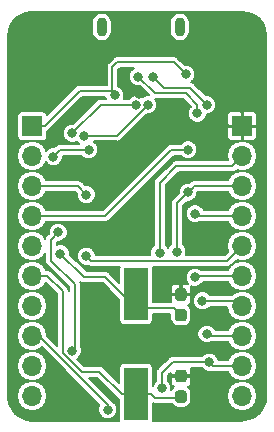
<source format=gbr>
G04 #@! TF.GenerationSoftware,KiCad,Pcbnew,(5.0.0)*
G04 #@! TF.CreationDate,2020-05-05T15:14:54+01:00*
G04 #@! TF.ProjectId,CH552-USB-Devboard,43483535322D5553422D446576626F61,rev?*
G04 #@! TF.SameCoordinates,Original*
G04 #@! TF.FileFunction,Copper,L2,Bot,Signal*
G04 #@! TF.FilePolarity,Positive*
%FSLAX46Y46*%
G04 Gerber Fmt 4.6, Leading zero omitted, Abs format (unit mm)*
G04 Created by KiCad (PCBNEW (5.0.0)) date 05/05/20 15:14:54*
%MOMM*%
%LPD*%
G01*
G04 APERTURE LIST*
G04 #@! TA.AperFunction,ComponentPad*
%ADD10O,0.900000X1.600000*%
G04 #@! TD*
G04 #@! TA.AperFunction,Conductor*
%ADD11C,0.100000*%
G04 #@! TD*
G04 #@! TA.AperFunction,SMDPad,CuDef*
%ADD12C,0.950000*%
G04 #@! TD*
G04 #@! TA.AperFunction,SMDPad,CuDef*
%ADD13R,2.000000X4.500000*%
G04 #@! TD*
G04 #@! TA.AperFunction,ComponentPad*
%ADD14O,1.700000X1.700000*%
G04 #@! TD*
G04 #@! TA.AperFunction,ComponentPad*
%ADD15R,1.700000X1.700000*%
G04 #@! TD*
G04 #@! TA.AperFunction,ViaPad*
%ADD16C,0.800000*%
G04 #@! TD*
G04 #@! TA.AperFunction,Conductor*
%ADD17C,0.200000*%
G04 #@! TD*
G04 APERTURE END LIST*
D10*
G04 #@! TO.P,J3,SH*
G04 #@! TO.N,N/C*
X82100000Y-67800000D03*
X88700000Y-67800000D03*
G04 #@! TD*
D11*
G04 #@! TO.N,GND*
G04 #@! TO.C,C5*
G36*
X89060779Y-89926144D02*
X89083834Y-89929563D01*
X89106443Y-89935227D01*
X89128387Y-89943079D01*
X89149457Y-89953044D01*
X89169448Y-89965026D01*
X89188168Y-89978910D01*
X89205438Y-89994562D01*
X89221090Y-90011832D01*
X89234974Y-90030552D01*
X89246956Y-90050543D01*
X89256921Y-90071613D01*
X89264773Y-90093557D01*
X89270437Y-90116166D01*
X89273856Y-90139221D01*
X89275000Y-90162500D01*
X89275000Y-90737500D01*
X89273856Y-90760779D01*
X89270437Y-90783834D01*
X89264773Y-90806443D01*
X89256921Y-90828387D01*
X89246956Y-90849457D01*
X89234974Y-90869448D01*
X89221090Y-90888168D01*
X89205438Y-90905438D01*
X89188168Y-90921090D01*
X89169448Y-90934974D01*
X89149457Y-90946956D01*
X89128387Y-90956921D01*
X89106443Y-90964773D01*
X89083834Y-90970437D01*
X89060779Y-90973856D01*
X89037500Y-90975000D01*
X88562500Y-90975000D01*
X88539221Y-90973856D01*
X88516166Y-90970437D01*
X88493557Y-90964773D01*
X88471613Y-90956921D01*
X88450543Y-90946956D01*
X88430552Y-90934974D01*
X88411832Y-90921090D01*
X88394562Y-90905438D01*
X88378910Y-90888168D01*
X88365026Y-90869448D01*
X88353044Y-90849457D01*
X88343079Y-90828387D01*
X88335227Y-90806443D01*
X88329563Y-90783834D01*
X88326144Y-90760779D01*
X88325000Y-90737500D01*
X88325000Y-90162500D01*
X88326144Y-90139221D01*
X88329563Y-90116166D01*
X88335227Y-90093557D01*
X88343079Y-90071613D01*
X88353044Y-90050543D01*
X88365026Y-90030552D01*
X88378910Y-90011832D01*
X88394562Y-89994562D01*
X88411832Y-89978910D01*
X88430552Y-89965026D01*
X88450543Y-89953044D01*
X88471613Y-89943079D01*
X88493557Y-89935227D01*
X88516166Y-89929563D01*
X88539221Y-89926144D01*
X88562500Y-89925000D01*
X89037500Y-89925000D01*
X89060779Y-89926144D01*
X89060779Y-89926144D01*
G37*
D12*
G04 #@! TD*
G04 #@! TO.P,C5,2*
G04 #@! TO.N,GND*
X88800000Y-90450000D03*
D11*
G04 #@! TO.N,/P1.2*
G04 #@! TO.C,C5*
G36*
X89060779Y-91676144D02*
X89083834Y-91679563D01*
X89106443Y-91685227D01*
X89128387Y-91693079D01*
X89149457Y-91703044D01*
X89169448Y-91715026D01*
X89188168Y-91728910D01*
X89205438Y-91744562D01*
X89221090Y-91761832D01*
X89234974Y-91780552D01*
X89246956Y-91800543D01*
X89256921Y-91821613D01*
X89264773Y-91843557D01*
X89270437Y-91866166D01*
X89273856Y-91889221D01*
X89275000Y-91912500D01*
X89275000Y-92487500D01*
X89273856Y-92510779D01*
X89270437Y-92533834D01*
X89264773Y-92556443D01*
X89256921Y-92578387D01*
X89246956Y-92599457D01*
X89234974Y-92619448D01*
X89221090Y-92638168D01*
X89205438Y-92655438D01*
X89188168Y-92671090D01*
X89169448Y-92684974D01*
X89149457Y-92696956D01*
X89128387Y-92706921D01*
X89106443Y-92714773D01*
X89083834Y-92720437D01*
X89060779Y-92723856D01*
X89037500Y-92725000D01*
X88562500Y-92725000D01*
X88539221Y-92723856D01*
X88516166Y-92720437D01*
X88493557Y-92714773D01*
X88471613Y-92706921D01*
X88450543Y-92696956D01*
X88430552Y-92684974D01*
X88411832Y-92671090D01*
X88394562Y-92655438D01*
X88378910Y-92638168D01*
X88365026Y-92619448D01*
X88353044Y-92599457D01*
X88343079Y-92578387D01*
X88335227Y-92556443D01*
X88329563Y-92533834D01*
X88326144Y-92510779D01*
X88325000Y-92487500D01*
X88325000Y-91912500D01*
X88326144Y-91889221D01*
X88329563Y-91866166D01*
X88335227Y-91843557D01*
X88343079Y-91821613D01*
X88353044Y-91800543D01*
X88365026Y-91780552D01*
X88378910Y-91761832D01*
X88394562Y-91744562D01*
X88411832Y-91728910D01*
X88430552Y-91715026D01*
X88450543Y-91703044D01*
X88471613Y-91693079D01*
X88493557Y-91685227D01*
X88516166Y-91679563D01*
X88539221Y-91676144D01*
X88562500Y-91675000D01*
X89037500Y-91675000D01*
X89060779Y-91676144D01*
X89060779Y-91676144D01*
G37*
D12*
G04 #@! TD*
G04 #@! TO.P,C5,1*
G04 #@! TO.N,/P1.2*
X88800000Y-92200000D03*
D11*
G04 #@! TO.N,/P1.3*
G04 #@! TO.C,C6*
G36*
X89060779Y-98576144D02*
X89083834Y-98579563D01*
X89106443Y-98585227D01*
X89128387Y-98593079D01*
X89149457Y-98603044D01*
X89169448Y-98615026D01*
X89188168Y-98628910D01*
X89205438Y-98644562D01*
X89221090Y-98661832D01*
X89234974Y-98680552D01*
X89246956Y-98700543D01*
X89256921Y-98721613D01*
X89264773Y-98743557D01*
X89270437Y-98766166D01*
X89273856Y-98789221D01*
X89275000Y-98812500D01*
X89275000Y-99387500D01*
X89273856Y-99410779D01*
X89270437Y-99433834D01*
X89264773Y-99456443D01*
X89256921Y-99478387D01*
X89246956Y-99499457D01*
X89234974Y-99519448D01*
X89221090Y-99538168D01*
X89205438Y-99555438D01*
X89188168Y-99571090D01*
X89169448Y-99584974D01*
X89149457Y-99596956D01*
X89128387Y-99606921D01*
X89106443Y-99614773D01*
X89083834Y-99620437D01*
X89060779Y-99623856D01*
X89037500Y-99625000D01*
X88562500Y-99625000D01*
X88539221Y-99623856D01*
X88516166Y-99620437D01*
X88493557Y-99614773D01*
X88471613Y-99606921D01*
X88450543Y-99596956D01*
X88430552Y-99584974D01*
X88411832Y-99571090D01*
X88394562Y-99555438D01*
X88378910Y-99538168D01*
X88365026Y-99519448D01*
X88353044Y-99499457D01*
X88343079Y-99478387D01*
X88335227Y-99456443D01*
X88329563Y-99433834D01*
X88326144Y-99410779D01*
X88325000Y-99387500D01*
X88325000Y-98812500D01*
X88326144Y-98789221D01*
X88329563Y-98766166D01*
X88335227Y-98743557D01*
X88343079Y-98721613D01*
X88353044Y-98700543D01*
X88365026Y-98680552D01*
X88378910Y-98661832D01*
X88394562Y-98644562D01*
X88411832Y-98628910D01*
X88430552Y-98615026D01*
X88450543Y-98603044D01*
X88471613Y-98593079D01*
X88493557Y-98585227D01*
X88516166Y-98579563D01*
X88539221Y-98576144D01*
X88562500Y-98575000D01*
X89037500Y-98575000D01*
X89060779Y-98576144D01*
X89060779Y-98576144D01*
G37*
D12*
G04 #@! TD*
G04 #@! TO.P,C6,1*
G04 #@! TO.N,/P1.3*
X88800000Y-99100000D03*
D11*
G04 #@! TO.N,GND*
G04 #@! TO.C,C6*
G36*
X89060779Y-96826144D02*
X89083834Y-96829563D01*
X89106443Y-96835227D01*
X89128387Y-96843079D01*
X89149457Y-96853044D01*
X89169448Y-96865026D01*
X89188168Y-96878910D01*
X89205438Y-96894562D01*
X89221090Y-96911832D01*
X89234974Y-96930552D01*
X89246956Y-96950543D01*
X89256921Y-96971613D01*
X89264773Y-96993557D01*
X89270437Y-97016166D01*
X89273856Y-97039221D01*
X89275000Y-97062500D01*
X89275000Y-97637500D01*
X89273856Y-97660779D01*
X89270437Y-97683834D01*
X89264773Y-97706443D01*
X89256921Y-97728387D01*
X89246956Y-97749457D01*
X89234974Y-97769448D01*
X89221090Y-97788168D01*
X89205438Y-97805438D01*
X89188168Y-97821090D01*
X89169448Y-97834974D01*
X89149457Y-97846956D01*
X89128387Y-97856921D01*
X89106443Y-97864773D01*
X89083834Y-97870437D01*
X89060779Y-97873856D01*
X89037500Y-97875000D01*
X88562500Y-97875000D01*
X88539221Y-97873856D01*
X88516166Y-97870437D01*
X88493557Y-97864773D01*
X88471613Y-97856921D01*
X88450543Y-97846956D01*
X88430552Y-97834974D01*
X88411832Y-97821090D01*
X88394562Y-97805438D01*
X88378910Y-97788168D01*
X88365026Y-97769448D01*
X88353044Y-97749457D01*
X88343079Y-97728387D01*
X88335227Y-97706443D01*
X88329563Y-97683834D01*
X88326144Y-97660779D01*
X88325000Y-97637500D01*
X88325000Y-97062500D01*
X88326144Y-97039221D01*
X88329563Y-97016166D01*
X88335227Y-96993557D01*
X88343079Y-96971613D01*
X88353044Y-96950543D01*
X88365026Y-96930552D01*
X88378910Y-96911832D01*
X88394562Y-96894562D01*
X88411832Y-96878910D01*
X88430552Y-96865026D01*
X88450543Y-96853044D01*
X88471613Y-96843079D01*
X88493557Y-96835227D01*
X88516166Y-96829563D01*
X88539221Y-96826144D01*
X88562500Y-96825000D01*
X89037500Y-96825000D01*
X89060779Y-96826144D01*
X89060779Y-96826144D01*
G37*
D12*
G04 #@! TD*
G04 #@! TO.P,C6,2*
G04 #@! TO.N,GND*
X88800000Y-97350000D03*
D13*
G04 #@! TO.P,Y1,1*
G04 #@! TO.N,/P1.2*
X85000000Y-90400000D03*
G04 #@! TO.P,Y1,2*
G04 #@! TO.N,/P1.3*
X85000000Y-98900000D03*
G04 #@! TD*
D14*
G04 #@! TO.P,J1,10*
G04 #@! TO.N,/P1.7*
X76200000Y-99060000D03*
G04 #@! TO.P,J1,9*
G04 #@! TO.N,/P1.6*
X76200000Y-96520000D03*
G04 #@! TO.P,J1,8*
G04 #@! TO.N,/P1.5*
X76200000Y-93980000D03*
G04 #@! TO.P,J1,7*
G04 #@! TO.N,/P1.4*
X76200000Y-91440000D03*
G04 #@! TO.P,J1,6*
G04 #@! TO.N,/P1.3*
X76200000Y-88900000D03*
G04 #@! TO.P,J1,5*
G04 #@! TO.N,/P1.2*
X76200000Y-86360000D03*
G04 #@! TO.P,J1,4*
G04 #@! TO.N,/P1.1*
X76200000Y-83820000D03*
G04 #@! TO.P,J1,3*
G04 #@! TO.N,/P1.0*
X76200000Y-81280000D03*
G04 #@! TO.P,J1,2*
G04 #@! TO.N,+3V3*
X76200000Y-78740000D03*
D15*
G04 #@! TO.P,J1,1*
G04 #@! TO.N,VCC*
X76200000Y-76200000D03*
G04 #@! TD*
G04 #@! TO.P,J2,1*
G04 #@! TO.N,GND*
X93980000Y-76200000D03*
D14*
G04 #@! TO.P,J2,2*
G04 #@! TO.N,/RESET*
X93980000Y-78740000D03*
G04 #@! TO.P,J2,3*
G04 #@! TO.N,/P3.0*
X93980000Y-81280000D03*
G04 #@! TO.P,J2,4*
G04 #@! TO.N,/P3.1*
X93980000Y-83820000D03*
G04 #@! TO.P,J2,5*
G04 #@! TO.N,/P3.2*
X93980000Y-86360000D03*
G04 #@! TO.P,J2,6*
G04 #@! TO.N,/P3.3*
X93980000Y-88900000D03*
G04 #@! TO.P,J2,7*
G04 #@! TO.N,/P3.4*
X93980000Y-91440000D03*
G04 #@! TO.P,J2,8*
G04 #@! TO.N,/P3.5*
X93980000Y-93980000D03*
G04 #@! TO.P,J2,9*
G04 #@! TO.N,/P3.6*
X93980000Y-96520000D03*
G04 #@! TO.P,J2,10*
G04 #@! TO.N,/P3.7*
X93980000Y-99060000D03*
G04 #@! TD*
D16*
G04 #@! TO.N,VCC*
X78400000Y-85200000D03*
X79600000Y-95200000D03*
X89200000Y-71800000D03*
X83200000Y-73599990D03*
G04 #@! TO.N,/RESET*
X87000000Y-86899990D03*
G04 #@! TO.N,/P3.0*
X89400000Y-81800000D03*
X88464088Y-86821362D03*
G04 #@! TO.N,/P3.1*
X90000000Y-83600000D03*
G04 #@! TO.N,GND*
X84200000Y-72800000D03*
X78400000Y-68600000D03*
X93200000Y-73800000D03*
X83800000Y-93400000D03*
X85400000Y-93400000D03*
X77400000Y-100200000D03*
X92600000Y-100600000D03*
X85274433Y-73438381D03*
G04 #@! TO.N,/P3.6*
X91200000Y-96200000D03*
X85200000Y-72000000D03*
X87200000Y-98400000D03*
X90200000Y-75100000D03*
G04 #@! TO.N,/P1.5*
X82600000Y-100200000D03*
G04 #@! TO.N,+3V3*
X78000000Y-78800000D03*
X81000000Y-78200000D03*
G04 #@! TO.N,/P1.2*
X79600000Y-76800000D03*
X78600000Y-87000000D03*
X84999984Y-74400000D03*
G04 #@! TO.N,/P1.3*
X80600000Y-77000000D03*
X86000029Y-74400000D03*
G04 #@! TO.N,/P3.7*
X86400000Y-72000000D03*
X91000000Y-74400000D03*
G04 #@! TO.N,/P3.5*
X91000000Y-93800000D03*
G04 #@! TO.N,/P3.4*
X90600000Y-91000000D03*
G04 #@! TO.N,/P3.3*
X90000000Y-89000004D03*
G04 #@! TO.N,/P1.1*
X89400000Y-78200000D03*
G04 #@! TO.N,/P1.0*
X80800000Y-82000000D03*
G04 #@! TO.N,/P3.2*
X80800000Y-87200000D03*
G04 #@! TD*
D17*
G04 #@! TO.N,VCC*
X79800000Y-95000000D02*
X79600000Y-95200000D01*
X79800000Y-89600000D02*
X79800000Y-95000000D01*
X77800000Y-87600000D02*
X79800000Y-89600000D01*
X78400000Y-85200000D02*
X77800000Y-85800000D01*
X77800000Y-85800000D02*
X77800000Y-87600000D01*
X76200000Y-76200000D02*
X77250000Y-76200000D01*
X89200000Y-71800000D02*
X88200000Y-70800000D01*
X83400000Y-70800000D02*
X83000001Y-71199999D01*
X80249999Y-73200001D02*
X83000001Y-73200001D01*
X83000001Y-71199999D02*
X83000001Y-73200001D01*
X88200000Y-70800000D02*
X83400000Y-70800000D01*
X77250000Y-76200000D02*
X80249999Y-73200001D01*
X83165686Y-73200001D02*
X83200000Y-73234315D01*
X83200000Y-73234315D02*
X83200000Y-73599990D01*
X83000001Y-73200001D02*
X83165686Y-73200001D01*
G04 #@! TO.N,/RESET*
X88400000Y-79600000D02*
X87000000Y-81000000D01*
X87000000Y-81000000D02*
X87000000Y-86334305D01*
X87000000Y-86334305D02*
X87000000Y-86899990D01*
X93120000Y-79600000D02*
X88400000Y-79600000D01*
X93980000Y-78740000D02*
X93120000Y-79600000D01*
G04 #@! TO.N,/P3.0*
X89920000Y-81280000D02*
X89799999Y-81400001D01*
X89799999Y-81400001D02*
X89400000Y-81800000D01*
X93980000Y-81280000D02*
X89920000Y-81280000D01*
X89400000Y-81800000D02*
X88464088Y-82735912D01*
X88464088Y-82735912D02*
X88464088Y-86821362D01*
G04 #@! TO.N,/P3.1*
X93980000Y-83820000D02*
X90220000Y-83820000D01*
X90220000Y-83820000D02*
X90000000Y-83600000D01*
G04 #@! TO.N,/P3.6*
X91520000Y-96520000D02*
X91200000Y-96200000D01*
X93980000Y-96520000D02*
X91520000Y-96520000D01*
X88100000Y-96200000D02*
X91200000Y-96200000D01*
X87200000Y-98400000D02*
X87200000Y-97100000D01*
X87200000Y-97100000D02*
X88100000Y-96200000D01*
X90200000Y-75100000D02*
X90200000Y-74400000D01*
X90200000Y-74400000D02*
X89200000Y-73400000D01*
X86600000Y-73400000D02*
X85200000Y-72000000D01*
X89200000Y-73400000D02*
X86600000Y-73400000D01*
G04 #@! TO.N,/P1.5*
X76200000Y-93980000D02*
X76780000Y-93980000D01*
X76780000Y-93980000D02*
X82600000Y-99800000D01*
X82600000Y-99800000D02*
X82600000Y-100200000D01*
G04 #@! TO.N,+3V3*
X78000000Y-78800000D02*
X78600000Y-78200000D01*
X78600000Y-78200000D02*
X81000000Y-78200000D01*
G04 #@! TO.N,/P1.2*
X78600000Y-87000000D02*
X80600000Y-89000000D01*
X82400000Y-89000000D02*
X85000000Y-91600000D01*
X80600000Y-89000000D02*
X82400000Y-89000000D01*
X88200000Y-91600000D02*
X88800000Y-92200000D01*
X85000000Y-91600000D02*
X88200000Y-91600000D01*
X79600000Y-76800000D02*
X82000000Y-74400000D01*
X82000000Y-74400000D02*
X84434299Y-74400000D01*
X84434299Y-74400000D02*
X84999984Y-74400000D01*
G04 #@! TO.N,/P1.3*
X76200000Y-88900000D02*
X77500000Y-88900000D01*
X77500000Y-88900000D02*
X78800000Y-90200000D01*
X78800000Y-90200000D02*
X78800000Y-95400000D01*
X78800000Y-95400000D02*
X80400000Y-97000000D01*
X80400000Y-97000000D02*
X81900000Y-97000000D01*
X83800000Y-98900000D02*
X85000000Y-98900000D01*
X81900000Y-97000000D02*
X83800000Y-98900000D01*
X80600000Y-77000000D02*
X83400029Y-77000000D01*
X83400029Y-77000000D02*
X86000029Y-74400000D01*
X86600000Y-99200000D02*
X88600000Y-99200000D01*
X85000000Y-98900000D02*
X86300000Y-98900000D01*
X86300000Y-98900000D02*
X86600000Y-99200000D01*
G04 #@! TO.N,/P3.7*
X86400000Y-72000000D02*
X87400000Y-73000000D01*
X89600000Y-73000000D02*
X91000000Y-74400000D01*
X87400000Y-73000000D02*
X89600000Y-73000000D01*
G04 #@! TO.N,/P3.5*
X91180000Y-93980000D02*
X91000000Y-93800000D01*
X93980000Y-93980000D02*
X91180000Y-93980000D01*
G04 #@! TO.N,/P3.4*
X90600000Y-91000000D02*
X93540000Y-91000000D01*
X93540000Y-91000000D02*
X93980000Y-91440000D01*
G04 #@! TO.N,/P3.3*
X93980000Y-88900000D02*
X90100004Y-88900000D01*
X90100004Y-88900000D02*
X90000000Y-89000004D01*
G04 #@! TO.N,/P1.1*
X88000000Y-78200000D02*
X89400000Y-78200000D01*
X76200000Y-83820000D02*
X82380000Y-83820000D01*
X82380000Y-83820000D02*
X88000000Y-78200000D01*
G04 #@! TO.N,/P1.0*
X80080000Y-81280000D02*
X76200000Y-81280000D01*
X80800000Y-82000000D02*
X80080000Y-81280000D01*
G04 #@! TO.N,/P3.2*
X93980000Y-86360000D02*
X92740000Y-87600000D01*
X81200000Y-87600000D02*
X80800000Y-87200000D01*
X92740000Y-87600000D02*
X81200000Y-87600000D01*
G04 #@! TD*
G04 #@! TO.N,GND*
G36*
X94492606Y-66583533D02*
X94973003Y-66773735D01*
X95391006Y-67077432D01*
X95720349Y-67475540D01*
X95940342Y-67943049D01*
X96041396Y-68472791D01*
X96045000Y-68587474D01*
X96045001Y-99030111D01*
X95976468Y-99572603D01*
X95786265Y-100053003D01*
X95482569Y-100471004D01*
X95084460Y-100800349D01*
X94616954Y-101020341D01*
X94087208Y-101121396D01*
X93972526Y-101125000D01*
X86407836Y-101125000D01*
X86407836Y-99671571D01*
X86550757Y-99700000D01*
X86550758Y-99700000D01*
X86599999Y-99709795D01*
X86649241Y-99700000D01*
X88010080Y-99700000D01*
X88106179Y-99843821D01*
X88315541Y-99983713D01*
X88562500Y-100032836D01*
X89037500Y-100032836D01*
X89284459Y-99983713D01*
X89493821Y-99843821D01*
X89633713Y-99634459D01*
X89682836Y-99387500D01*
X89682836Y-99060000D01*
X92705512Y-99060000D01*
X92802527Y-99547725D01*
X93078801Y-99961199D01*
X93492275Y-100237473D01*
X93856891Y-100310000D01*
X94103109Y-100310000D01*
X94467725Y-100237473D01*
X94881199Y-99961199D01*
X95157473Y-99547725D01*
X95254488Y-99060000D01*
X95157473Y-98572275D01*
X94881199Y-98158801D01*
X94467725Y-97882527D01*
X94103109Y-97810000D01*
X93856891Y-97810000D01*
X93492275Y-97882527D01*
X93078801Y-98158801D01*
X92802527Y-98572275D01*
X92705512Y-99060000D01*
X89682836Y-99060000D01*
X89682836Y-98812500D01*
X89633713Y-98565541D01*
X89493821Y-98356179D01*
X89365531Y-98270458D01*
X89501582Y-98214104D01*
X89614104Y-98101582D01*
X89675000Y-97954565D01*
X89675000Y-97500000D01*
X89575000Y-97400000D01*
X88850000Y-97400000D01*
X88850000Y-97420000D01*
X88750000Y-97420000D01*
X88750000Y-97400000D01*
X88025000Y-97400000D01*
X87925000Y-97500000D01*
X87925000Y-97954565D01*
X87985896Y-98101582D01*
X88098418Y-98214104D01*
X88234469Y-98270458D01*
X88106179Y-98356179D01*
X88000000Y-98515086D01*
X88000000Y-98240870D01*
X87878207Y-97946836D01*
X87700000Y-97768629D01*
X87700000Y-97307106D01*
X87925000Y-97082106D01*
X87925000Y-97200000D01*
X88025000Y-97300000D01*
X88750000Y-97300000D01*
X88750000Y-97280000D01*
X88850000Y-97280000D01*
X88850000Y-97300000D01*
X89575000Y-97300000D01*
X89675000Y-97200000D01*
X89675000Y-96745435D01*
X89656180Y-96700000D01*
X90568629Y-96700000D01*
X90746836Y-96878207D01*
X91040870Y-97000000D01*
X91359130Y-97000000D01*
X91362725Y-96998511D01*
X91470757Y-97020000D01*
X91470758Y-97020000D01*
X91519999Y-97029795D01*
X91569240Y-97020000D01*
X92810729Y-97020000D01*
X93078801Y-97421199D01*
X93492275Y-97697473D01*
X93856891Y-97770000D01*
X94103109Y-97770000D01*
X94467725Y-97697473D01*
X94881199Y-97421199D01*
X95157473Y-97007725D01*
X95254488Y-96520000D01*
X95157473Y-96032275D01*
X94881199Y-95618801D01*
X94467725Y-95342527D01*
X94103109Y-95270000D01*
X93856891Y-95270000D01*
X93492275Y-95342527D01*
X93078801Y-95618801D01*
X92810729Y-96020000D01*
X91991355Y-96020000D01*
X91878207Y-95746836D01*
X91653164Y-95521793D01*
X91359130Y-95400000D01*
X91040870Y-95400000D01*
X90746836Y-95521793D01*
X90568629Y-95700000D01*
X88149240Y-95700000D01*
X88099999Y-95690205D01*
X88050758Y-95700000D01*
X88050757Y-95700000D01*
X87904910Y-95729011D01*
X87739520Y-95839520D01*
X87711625Y-95881268D01*
X86881268Y-96711626D01*
X86839521Y-96739520D01*
X86811627Y-96781267D01*
X86729012Y-96904910D01*
X86690205Y-97100000D01*
X86700001Y-97149246D01*
X86700000Y-97768629D01*
X86521793Y-97946836D01*
X86407836Y-98221952D01*
X86407836Y-96650000D01*
X86376791Y-96493928D01*
X86288384Y-96361616D01*
X86156072Y-96273209D01*
X86000000Y-96242164D01*
X84000000Y-96242164D01*
X83843928Y-96273209D01*
X83711616Y-96361616D01*
X83623209Y-96493928D01*
X83592164Y-96650000D01*
X83592164Y-97985057D01*
X82288376Y-96681270D01*
X82260480Y-96639520D01*
X82095090Y-96529011D01*
X81949243Y-96500000D01*
X81949241Y-96500000D01*
X81900000Y-96490205D01*
X81850759Y-96500000D01*
X80607107Y-96500000D01*
X80005186Y-95898080D01*
X80053164Y-95878207D01*
X80278207Y-95653164D01*
X80400000Y-95359130D01*
X80400000Y-95040870D01*
X80300000Y-94799449D01*
X80300000Y-93640870D01*
X90200000Y-93640870D01*
X90200000Y-93959130D01*
X90321793Y-94253164D01*
X90546836Y-94478207D01*
X90840870Y-94600000D01*
X91159130Y-94600000D01*
X91448835Y-94480000D01*
X92810729Y-94480000D01*
X93078801Y-94881199D01*
X93492275Y-95157473D01*
X93856891Y-95230000D01*
X94103109Y-95230000D01*
X94467725Y-95157473D01*
X94881199Y-94881199D01*
X95157473Y-94467725D01*
X95254488Y-93980000D01*
X95157473Y-93492275D01*
X94881199Y-93078801D01*
X94467725Y-92802527D01*
X94103109Y-92730000D01*
X93856891Y-92730000D01*
X93492275Y-92802527D01*
X93078801Y-93078801D01*
X92810729Y-93480000D01*
X91733365Y-93480000D01*
X91678207Y-93346836D01*
X91453164Y-93121793D01*
X91159130Y-93000000D01*
X90840870Y-93000000D01*
X90546836Y-93121793D01*
X90321793Y-93346836D01*
X90200000Y-93640870D01*
X80300000Y-93640870D01*
X80300000Y-89649240D01*
X80309795Y-89599999D01*
X80300000Y-89550757D01*
X80270989Y-89404910D01*
X80242739Y-89362631D01*
X80404910Y-89470989D01*
X80550757Y-89500000D01*
X80550758Y-89500000D01*
X80599999Y-89509795D01*
X80649240Y-89500000D01*
X82192894Y-89500000D01*
X83592164Y-90899271D01*
X83592164Y-92650000D01*
X83623209Y-92806072D01*
X83711616Y-92938384D01*
X83843928Y-93026791D01*
X84000000Y-93057836D01*
X86000000Y-93057836D01*
X86156072Y-93026791D01*
X86288384Y-92938384D01*
X86376791Y-92806072D01*
X86407836Y-92650000D01*
X86407836Y-92100000D01*
X87917164Y-92100000D01*
X87917164Y-92487500D01*
X87966287Y-92734459D01*
X88106179Y-92943821D01*
X88315541Y-93083713D01*
X88562500Y-93132836D01*
X89037500Y-93132836D01*
X89284459Y-93083713D01*
X89493821Y-92943821D01*
X89633713Y-92734459D01*
X89682836Y-92487500D01*
X89682836Y-91912500D01*
X89633713Y-91665541D01*
X89493821Y-91456179D01*
X89365531Y-91370458D01*
X89501582Y-91314104D01*
X89614104Y-91201582D01*
X89675000Y-91054565D01*
X89675000Y-90840870D01*
X89800000Y-90840870D01*
X89800000Y-91159130D01*
X89921793Y-91453164D01*
X90146836Y-91678207D01*
X90440870Y-91800000D01*
X90759130Y-91800000D01*
X91053164Y-91678207D01*
X91231371Y-91500000D01*
X92717447Y-91500000D01*
X92802527Y-91927725D01*
X93078801Y-92341199D01*
X93492275Y-92617473D01*
X93856891Y-92690000D01*
X94103109Y-92690000D01*
X94467725Y-92617473D01*
X94881199Y-92341199D01*
X95157473Y-91927725D01*
X95254488Y-91440000D01*
X95157473Y-90952275D01*
X94881199Y-90538801D01*
X94467725Y-90262527D01*
X94103109Y-90190000D01*
X93856891Y-90190000D01*
X93492275Y-90262527D01*
X93136871Y-90500000D01*
X91231371Y-90500000D01*
X91053164Y-90321793D01*
X90759130Y-90200000D01*
X90440870Y-90200000D01*
X90146836Y-90321793D01*
X89921793Y-90546836D01*
X89800000Y-90840870D01*
X89675000Y-90840870D01*
X89675000Y-90600000D01*
X89575000Y-90500000D01*
X88850000Y-90500000D01*
X88850000Y-90520000D01*
X88750000Y-90520000D01*
X88750000Y-90500000D01*
X88025000Y-90500000D01*
X87925000Y-90600000D01*
X87925000Y-91054565D01*
X87943820Y-91100000D01*
X86407836Y-91100000D01*
X86407836Y-89845435D01*
X87925000Y-89845435D01*
X87925000Y-90300000D01*
X88025000Y-90400000D01*
X88750000Y-90400000D01*
X88750000Y-89625000D01*
X88850000Y-89625000D01*
X88850000Y-90400000D01*
X89575000Y-90400000D01*
X89675000Y-90300000D01*
X89675000Y-89845435D01*
X89617932Y-89707660D01*
X89840870Y-89800004D01*
X90159130Y-89800004D01*
X90453164Y-89678211D01*
X90678207Y-89453168D01*
X90700230Y-89400000D01*
X92810729Y-89400000D01*
X93078801Y-89801199D01*
X93492275Y-90077473D01*
X93856891Y-90150000D01*
X94103109Y-90150000D01*
X94467725Y-90077473D01*
X94881199Y-89801199D01*
X95157473Y-89387725D01*
X95254488Y-88900000D01*
X95157473Y-88412275D01*
X94881199Y-87998801D01*
X94467725Y-87722527D01*
X94103109Y-87650000D01*
X93856891Y-87650000D01*
X93492275Y-87722527D01*
X93078801Y-87998801D01*
X92810729Y-88400000D01*
X90531367Y-88400000D01*
X90453164Y-88321797D01*
X90159130Y-88200004D01*
X89840870Y-88200004D01*
X89546836Y-88321797D01*
X89321793Y-88546840D01*
X89200000Y-88840874D01*
X89200000Y-89159134D01*
X89321793Y-89453168D01*
X89421244Y-89552619D01*
X89354565Y-89525000D01*
X88950000Y-89525000D01*
X88850000Y-89625000D01*
X88750000Y-89625000D01*
X88650000Y-89525000D01*
X88245435Y-89525000D01*
X88098418Y-89585896D01*
X87985896Y-89698418D01*
X87925000Y-89845435D01*
X86407836Y-89845435D01*
X86407836Y-88150000D01*
X86397890Y-88100000D01*
X92690759Y-88100000D01*
X92740000Y-88109795D01*
X92789241Y-88100000D01*
X92789243Y-88100000D01*
X92935090Y-88070989D01*
X93100480Y-87960480D01*
X93128376Y-87918730D01*
X93506753Y-87540353D01*
X93856891Y-87610000D01*
X94103109Y-87610000D01*
X94467725Y-87537473D01*
X94881199Y-87261199D01*
X95157473Y-86847725D01*
X95254488Y-86360000D01*
X95157473Y-85872275D01*
X94881199Y-85458801D01*
X94467725Y-85182527D01*
X94103109Y-85110000D01*
X93856891Y-85110000D01*
X93492275Y-85182527D01*
X93078801Y-85458801D01*
X92802527Y-85872275D01*
X92705512Y-86360000D01*
X92799647Y-86833247D01*
X92532894Y-87100000D01*
X89214586Y-87100000D01*
X89264088Y-86980492D01*
X89264088Y-86662232D01*
X89142295Y-86368198D01*
X88964088Y-86189991D01*
X88964088Y-83440870D01*
X89200000Y-83440870D01*
X89200000Y-83759130D01*
X89321793Y-84053164D01*
X89546836Y-84278207D01*
X89840870Y-84400000D01*
X90159130Y-84400000D01*
X90352267Y-84320000D01*
X92810729Y-84320000D01*
X93078801Y-84721199D01*
X93492275Y-84997473D01*
X93856891Y-85070000D01*
X94103109Y-85070000D01*
X94467725Y-84997473D01*
X94881199Y-84721199D01*
X95157473Y-84307725D01*
X95254488Y-83820000D01*
X95157473Y-83332275D01*
X94881199Y-82918801D01*
X94467725Y-82642527D01*
X94103109Y-82570000D01*
X93856891Y-82570000D01*
X93492275Y-82642527D01*
X93078801Y-82918801D01*
X92810729Y-83320000D01*
X90749934Y-83320000D01*
X90678207Y-83146836D01*
X90453164Y-82921793D01*
X90159130Y-82800000D01*
X89840870Y-82800000D01*
X89546836Y-82921793D01*
X89321793Y-83146836D01*
X89200000Y-83440870D01*
X88964088Y-83440870D01*
X88964088Y-82943018D01*
X89307107Y-82600000D01*
X89559130Y-82600000D01*
X89853164Y-82478207D01*
X90078207Y-82253164D01*
X90200000Y-81959130D01*
X90200000Y-81780000D01*
X92810729Y-81780000D01*
X93078801Y-82181199D01*
X93492275Y-82457473D01*
X93856891Y-82530000D01*
X94103109Y-82530000D01*
X94467725Y-82457473D01*
X94881199Y-82181199D01*
X95157473Y-81767725D01*
X95254488Y-81280000D01*
X95157473Y-80792275D01*
X94881199Y-80378801D01*
X94467725Y-80102527D01*
X94103109Y-80030000D01*
X93856891Y-80030000D01*
X93492275Y-80102527D01*
X93078801Y-80378801D01*
X92810729Y-80780000D01*
X89969241Y-80780000D01*
X89919999Y-80770205D01*
X89870758Y-80780000D01*
X89870757Y-80780000D01*
X89724910Y-80809011D01*
X89559520Y-80919520D01*
X89531623Y-80961271D01*
X89492894Y-81000000D01*
X89240870Y-81000000D01*
X88946836Y-81121793D01*
X88721793Y-81346836D01*
X88600000Y-81640870D01*
X88600000Y-81892893D01*
X88145358Y-82347536D01*
X88103608Y-82375432D01*
X87993099Y-82540823D01*
X87964088Y-82686669D01*
X87954293Y-82735912D01*
X87964088Y-82785153D01*
X87964089Y-86189990D01*
X87785881Y-86368198D01*
X87715760Y-86537486D01*
X87678207Y-86446826D01*
X87500000Y-86268619D01*
X87500000Y-81207106D01*
X88607107Y-80100000D01*
X93070759Y-80100000D01*
X93120000Y-80109795D01*
X93169241Y-80100000D01*
X93169243Y-80100000D01*
X93315090Y-80070989D01*
X93480480Y-79960480D01*
X93507229Y-79920447D01*
X93856891Y-79990000D01*
X94103109Y-79990000D01*
X94467725Y-79917473D01*
X94881199Y-79641199D01*
X95157473Y-79227725D01*
X95254488Y-78740000D01*
X95157473Y-78252275D01*
X94881199Y-77838801D01*
X94467725Y-77562527D01*
X94103109Y-77490000D01*
X93856891Y-77490000D01*
X93492275Y-77562527D01*
X93078801Y-77838801D01*
X92802527Y-78252275D01*
X92705512Y-78740000D01*
X92777121Y-79100000D01*
X88449241Y-79100000D01*
X88400000Y-79090205D01*
X88350758Y-79100000D01*
X88350757Y-79100000D01*
X88204910Y-79129011D01*
X88039520Y-79239520D01*
X88011626Y-79281267D01*
X86681270Y-80611624D01*
X86639520Y-80639520D01*
X86529011Y-80804911D01*
X86500000Y-80950757D01*
X86490205Y-81000000D01*
X86500000Y-81049241D01*
X86500001Y-86268618D01*
X86321793Y-86446826D01*
X86200000Y-86740860D01*
X86200000Y-87059120D01*
X86216933Y-87100000D01*
X81600000Y-87100000D01*
X81600000Y-87040870D01*
X81478207Y-86746836D01*
X81253164Y-86521793D01*
X80959130Y-86400000D01*
X80640870Y-86400000D01*
X80346836Y-86521793D01*
X80121793Y-86746836D01*
X80000000Y-87040870D01*
X80000000Y-87359130D01*
X80121793Y-87653164D01*
X80346836Y-87878207D01*
X80640870Y-88000000D01*
X80898666Y-88000000D01*
X81004910Y-88070989D01*
X81150757Y-88100000D01*
X81150758Y-88100000D01*
X81199999Y-88109795D01*
X81249240Y-88100000D01*
X83602110Y-88100000D01*
X83592164Y-88150000D01*
X83592164Y-89485058D01*
X82788377Y-88681270D01*
X82760480Y-88639520D01*
X82595090Y-88529011D01*
X82449243Y-88500000D01*
X82449241Y-88500000D01*
X82400000Y-88490205D01*
X82350759Y-88500000D01*
X80807107Y-88500000D01*
X79400000Y-87092894D01*
X79400000Y-86840870D01*
X79278207Y-86546836D01*
X79053164Y-86321793D01*
X78759130Y-86200000D01*
X78440870Y-86200000D01*
X78300000Y-86258350D01*
X78300000Y-86007106D01*
X78307106Y-86000000D01*
X78559130Y-86000000D01*
X78853164Y-85878207D01*
X79078207Y-85653164D01*
X79200000Y-85359130D01*
X79200000Y-85040870D01*
X79078207Y-84746836D01*
X78853164Y-84521793D01*
X78559130Y-84400000D01*
X78240870Y-84400000D01*
X77946836Y-84521793D01*
X77721793Y-84746836D01*
X77600000Y-85040870D01*
X77600000Y-85292894D01*
X77481270Y-85411624D01*
X77439520Y-85439520D01*
X77329011Y-85604911D01*
X77319413Y-85653164D01*
X77299146Y-85755051D01*
X77101199Y-85458801D01*
X76687725Y-85182527D01*
X76323109Y-85110000D01*
X76076891Y-85110000D01*
X75712275Y-85182527D01*
X75298801Y-85458801D01*
X75022527Y-85872275D01*
X74925512Y-86360000D01*
X75022527Y-86847725D01*
X75298801Y-87261199D01*
X75712275Y-87537473D01*
X76076891Y-87610000D01*
X76323109Y-87610000D01*
X76687725Y-87537473D01*
X77101199Y-87261199D01*
X77300001Y-86963671D01*
X77300001Y-87550754D01*
X77290205Y-87600000D01*
X77329012Y-87795089D01*
X77329012Y-87795090D01*
X77439521Y-87960480D01*
X77481268Y-87988374D01*
X79300000Y-89807107D01*
X79300000Y-90150757D01*
X79270989Y-90004910D01*
X79241301Y-89960479D01*
X79160480Y-89839520D01*
X79118733Y-89811626D01*
X77888376Y-88581270D01*
X77860480Y-88539520D01*
X77695090Y-88429011D01*
X77549243Y-88400000D01*
X77549241Y-88400000D01*
X77500000Y-88390205D01*
X77450759Y-88400000D01*
X77369271Y-88400000D01*
X77101199Y-87998801D01*
X76687725Y-87722527D01*
X76323109Y-87650000D01*
X76076891Y-87650000D01*
X75712275Y-87722527D01*
X75298801Y-87998801D01*
X75022527Y-88412275D01*
X74925512Y-88900000D01*
X75022527Y-89387725D01*
X75298801Y-89801199D01*
X75712275Y-90077473D01*
X76076891Y-90150000D01*
X76323109Y-90150000D01*
X76687725Y-90077473D01*
X77101199Y-89801199D01*
X77338679Y-89445785D01*
X78300000Y-90407107D01*
X78300001Y-94792895D01*
X77471355Y-93964249D01*
X77377473Y-93492275D01*
X77101199Y-93078801D01*
X76687725Y-92802527D01*
X76323109Y-92730000D01*
X76076891Y-92730000D01*
X75712275Y-92802527D01*
X75298801Y-93078801D01*
X75022527Y-93492275D01*
X74925512Y-93980000D01*
X75022527Y-94467725D01*
X75298801Y-94881199D01*
X75712275Y-95157473D01*
X76076891Y-95230000D01*
X76323109Y-95230000D01*
X76687725Y-95157473D01*
X77025004Y-94932111D01*
X81897757Y-99804864D01*
X81800000Y-100040870D01*
X81800000Y-100359130D01*
X81921793Y-100653164D01*
X82146836Y-100878207D01*
X82440870Y-101000000D01*
X82759130Y-101000000D01*
X83053164Y-100878207D01*
X83278207Y-100653164D01*
X83400000Y-100359130D01*
X83400000Y-100040870D01*
X83278207Y-99746836D01*
X83053164Y-99521793D01*
X83001021Y-99500195D01*
X82960480Y-99439520D01*
X82918733Y-99411626D01*
X81007107Y-97500000D01*
X81692894Y-97500000D01*
X83411625Y-99218732D01*
X83439520Y-99260480D01*
X83511379Y-99308494D01*
X83592164Y-99362472D01*
X83592164Y-101125000D01*
X76229881Y-101125000D01*
X75687397Y-101056468D01*
X75206997Y-100866265D01*
X74788996Y-100562569D01*
X74459651Y-100164460D01*
X74239659Y-99696954D01*
X74138604Y-99167208D01*
X74135235Y-99060000D01*
X74925512Y-99060000D01*
X75022527Y-99547725D01*
X75298801Y-99961199D01*
X75712275Y-100237473D01*
X76076891Y-100310000D01*
X76323109Y-100310000D01*
X76687725Y-100237473D01*
X77101199Y-99961199D01*
X77377473Y-99547725D01*
X77474488Y-99060000D01*
X77377473Y-98572275D01*
X77101199Y-98158801D01*
X76687725Y-97882527D01*
X76323109Y-97810000D01*
X76076891Y-97810000D01*
X75712275Y-97882527D01*
X75298801Y-98158801D01*
X75022527Y-98572275D01*
X74925512Y-99060000D01*
X74135235Y-99060000D01*
X74135000Y-99052526D01*
X74135000Y-96520000D01*
X74925512Y-96520000D01*
X75022527Y-97007725D01*
X75298801Y-97421199D01*
X75712275Y-97697473D01*
X76076891Y-97770000D01*
X76323109Y-97770000D01*
X76687725Y-97697473D01*
X77101199Y-97421199D01*
X77377473Y-97007725D01*
X77474488Y-96520000D01*
X77377473Y-96032275D01*
X77101199Y-95618801D01*
X76687725Y-95342527D01*
X76323109Y-95270000D01*
X76076891Y-95270000D01*
X75712275Y-95342527D01*
X75298801Y-95618801D01*
X75022527Y-96032275D01*
X74925512Y-96520000D01*
X74135000Y-96520000D01*
X74135000Y-91440000D01*
X74925512Y-91440000D01*
X75022527Y-91927725D01*
X75298801Y-92341199D01*
X75712275Y-92617473D01*
X76076891Y-92690000D01*
X76323109Y-92690000D01*
X76687725Y-92617473D01*
X77101199Y-92341199D01*
X77377473Y-91927725D01*
X77474488Y-91440000D01*
X77377473Y-90952275D01*
X77101199Y-90538801D01*
X76687725Y-90262527D01*
X76323109Y-90190000D01*
X76076891Y-90190000D01*
X75712275Y-90262527D01*
X75298801Y-90538801D01*
X75022527Y-90952275D01*
X74925512Y-91440000D01*
X74135000Y-91440000D01*
X74135000Y-83820000D01*
X74925512Y-83820000D01*
X75022527Y-84307725D01*
X75298801Y-84721199D01*
X75712275Y-84997473D01*
X76076891Y-85070000D01*
X76323109Y-85070000D01*
X76687725Y-84997473D01*
X77101199Y-84721199D01*
X77369271Y-84320000D01*
X82330759Y-84320000D01*
X82380000Y-84329795D01*
X82429241Y-84320000D01*
X82429243Y-84320000D01*
X82575090Y-84290989D01*
X82740480Y-84180480D01*
X82768377Y-84138729D01*
X88207107Y-78700000D01*
X88768629Y-78700000D01*
X88946836Y-78878207D01*
X89240870Y-79000000D01*
X89559130Y-79000000D01*
X89853164Y-78878207D01*
X90078207Y-78653164D01*
X90200000Y-78359130D01*
X90200000Y-78040870D01*
X90078207Y-77746836D01*
X89853164Y-77521793D01*
X89559130Y-77400000D01*
X89240870Y-77400000D01*
X88946836Y-77521793D01*
X88768629Y-77700000D01*
X88049240Y-77700000D01*
X87999999Y-77690205D01*
X87950758Y-77700000D01*
X87950757Y-77700000D01*
X87804910Y-77729011D01*
X87639520Y-77839520D01*
X87611625Y-77881268D01*
X82172894Y-83320000D01*
X77369271Y-83320000D01*
X77101199Y-82918801D01*
X76687725Y-82642527D01*
X76323109Y-82570000D01*
X76076891Y-82570000D01*
X75712275Y-82642527D01*
X75298801Y-82918801D01*
X75022527Y-83332275D01*
X74925512Y-83820000D01*
X74135000Y-83820000D01*
X74135000Y-81280000D01*
X74925512Y-81280000D01*
X75022527Y-81767725D01*
X75298801Y-82181199D01*
X75712275Y-82457473D01*
X76076891Y-82530000D01*
X76323109Y-82530000D01*
X76687725Y-82457473D01*
X77101199Y-82181199D01*
X77369271Y-81780000D01*
X79872894Y-81780000D01*
X80000000Y-81907106D01*
X80000000Y-82159130D01*
X80121793Y-82453164D01*
X80346836Y-82678207D01*
X80640870Y-82800000D01*
X80959130Y-82800000D01*
X81253164Y-82678207D01*
X81478207Y-82453164D01*
X81600000Y-82159130D01*
X81600000Y-81840870D01*
X81478207Y-81546836D01*
X81253164Y-81321793D01*
X80959130Y-81200000D01*
X80707106Y-81200000D01*
X80468376Y-80961270D01*
X80440480Y-80919520D01*
X80275090Y-80809011D01*
X80129243Y-80780000D01*
X80129241Y-80780000D01*
X80080000Y-80770205D01*
X80030759Y-80780000D01*
X77369271Y-80780000D01*
X77101199Y-80378801D01*
X76687725Y-80102527D01*
X76323109Y-80030000D01*
X76076891Y-80030000D01*
X75712275Y-80102527D01*
X75298801Y-80378801D01*
X75022527Y-80792275D01*
X74925512Y-81280000D01*
X74135000Y-81280000D01*
X74135000Y-78740000D01*
X74925512Y-78740000D01*
X75022527Y-79227725D01*
X75298801Y-79641199D01*
X75712275Y-79917473D01*
X76076891Y-79990000D01*
X76323109Y-79990000D01*
X76687725Y-79917473D01*
X77101199Y-79641199D01*
X77344981Y-79276352D01*
X77546836Y-79478207D01*
X77840870Y-79600000D01*
X78159130Y-79600000D01*
X78453164Y-79478207D01*
X78678207Y-79253164D01*
X78800000Y-78959130D01*
X78800000Y-78707107D01*
X78807107Y-78700000D01*
X80368629Y-78700000D01*
X80546836Y-78878207D01*
X80840870Y-79000000D01*
X81159130Y-79000000D01*
X81453164Y-78878207D01*
X81678207Y-78653164D01*
X81800000Y-78359130D01*
X81800000Y-78040870D01*
X81678207Y-77746836D01*
X81453164Y-77521793D01*
X81400551Y-77500000D01*
X83350788Y-77500000D01*
X83400029Y-77509795D01*
X83449270Y-77500000D01*
X83449272Y-77500000D01*
X83595119Y-77470989D01*
X83760509Y-77360480D01*
X83788406Y-77318730D01*
X84757136Y-76350000D01*
X92730000Y-76350000D01*
X92730000Y-77129565D01*
X92790896Y-77276582D01*
X92903418Y-77389104D01*
X93050435Y-77450000D01*
X93830000Y-77450000D01*
X93930000Y-77350000D01*
X93930000Y-76250000D01*
X94030000Y-76250000D01*
X94030000Y-77350000D01*
X94130000Y-77450000D01*
X94909565Y-77450000D01*
X95056582Y-77389104D01*
X95169104Y-77276582D01*
X95230000Y-77129565D01*
X95230000Y-76350000D01*
X95130000Y-76250000D01*
X94030000Y-76250000D01*
X93930000Y-76250000D01*
X92830000Y-76250000D01*
X92730000Y-76350000D01*
X84757136Y-76350000D01*
X85907136Y-75200000D01*
X86159159Y-75200000D01*
X86453193Y-75078207D01*
X86678236Y-74853164D01*
X86800029Y-74559130D01*
X86800029Y-74240870D01*
X86678236Y-73946836D01*
X86634360Y-73902960D01*
X86649241Y-73900000D01*
X88992894Y-73900000D01*
X89630761Y-74537868D01*
X89521793Y-74646836D01*
X89400000Y-74940870D01*
X89400000Y-75259130D01*
X89521793Y-75553164D01*
X89746836Y-75778207D01*
X90040870Y-75900000D01*
X90359130Y-75900000D01*
X90653164Y-75778207D01*
X90878207Y-75553164D01*
X90995317Y-75270435D01*
X92730000Y-75270435D01*
X92730000Y-76050000D01*
X92830000Y-76150000D01*
X93930000Y-76150000D01*
X93930000Y-75050000D01*
X94030000Y-75050000D01*
X94030000Y-76150000D01*
X95130000Y-76150000D01*
X95230000Y-76050000D01*
X95230000Y-75270435D01*
X95169104Y-75123418D01*
X95056582Y-75010896D01*
X94909565Y-74950000D01*
X94130000Y-74950000D01*
X94030000Y-75050000D01*
X93930000Y-75050000D01*
X93830000Y-74950000D01*
X93050435Y-74950000D01*
X92903418Y-75010896D01*
X92790896Y-75123418D01*
X92730000Y-75270435D01*
X90995317Y-75270435D01*
X91000000Y-75259130D01*
X91000000Y-75200000D01*
X91159130Y-75200000D01*
X91453164Y-75078207D01*
X91678207Y-74853164D01*
X91800000Y-74559130D01*
X91800000Y-74240870D01*
X91678207Y-73946836D01*
X91453164Y-73721793D01*
X91159130Y-73600000D01*
X90907107Y-73600000D01*
X89988376Y-72681270D01*
X89960480Y-72639520D01*
X89795090Y-72529011D01*
X89649243Y-72500000D01*
X89649241Y-72500000D01*
X89616348Y-72493457D01*
X89653164Y-72478207D01*
X89878207Y-72253164D01*
X90000000Y-71959130D01*
X90000000Y-71640870D01*
X89878207Y-71346836D01*
X89653164Y-71121793D01*
X89359130Y-71000000D01*
X89107107Y-71000000D01*
X88588376Y-70481270D01*
X88560480Y-70439520D01*
X88395090Y-70329011D01*
X88249243Y-70300000D01*
X88249241Y-70300000D01*
X88200000Y-70290205D01*
X88150759Y-70300000D01*
X83449241Y-70300000D01*
X83399999Y-70290205D01*
X83350758Y-70300000D01*
X83350757Y-70300000D01*
X83204910Y-70329011D01*
X83039520Y-70439520D01*
X83011625Y-70481268D01*
X82681271Y-70811623D01*
X82639521Y-70839519D01*
X82529012Y-71004910D01*
X82500001Y-71150756D01*
X82490206Y-71199999D01*
X82500001Y-71249241D01*
X82500002Y-72700001D01*
X80299239Y-72700001D01*
X80249998Y-72690206D01*
X80200757Y-72700001D01*
X80200756Y-72700001D01*
X80054909Y-72729012D01*
X79889519Y-72839521D01*
X79861624Y-72881269D01*
X77447061Y-75295833D01*
X77426791Y-75193928D01*
X77338384Y-75061616D01*
X77206072Y-74973209D01*
X77050000Y-74942164D01*
X75350000Y-74942164D01*
X75193928Y-74973209D01*
X75061616Y-75061616D01*
X74973209Y-75193928D01*
X74942164Y-75350000D01*
X74942164Y-77050000D01*
X74973209Y-77206072D01*
X75061616Y-77338384D01*
X75193928Y-77426791D01*
X75350000Y-77457836D01*
X77050000Y-77457836D01*
X77206072Y-77426791D01*
X77338384Y-77338384D01*
X77426791Y-77206072D01*
X77457836Y-77050000D01*
X77457836Y-76662472D01*
X77610480Y-76560480D01*
X77638377Y-76518729D01*
X80457106Y-73700001D01*
X82400000Y-73700001D01*
X82400000Y-73759120D01*
X82458354Y-73900000D01*
X82049246Y-73900000D01*
X82000000Y-73890204D01*
X81804910Y-73929011D01*
X81639520Y-74039520D01*
X81611625Y-74081268D01*
X79692894Y-76000000D01*
X79440870Y-76000000D01*
X79146836Y-76121793D01*
X78921793Y-76346836D01*
X78800000Y-76640870D01*
X78800000Y-76959130D01*
X78921793Y-77253164D01*
X79146836Y-77478207D01*
X79440870Y-77600000D01*
X79759130Y-77600000D01*
X79977979Y-77509350D01*
X80146836Y-77678207D01*
X80199449Y-77700000D01*
X78649240Y-77700000D01*
X78599999Y-77690205D01*
X78550758Y-77700000D01*
X78550757Y-77700000D01*
X78404910Y-77729011D01*
X78239520Y-77839520D01*
X78211625Y-77881268D01*
X78092893Y-78000000D01*
X77840870Y-78000000D01*
X77546836Y-78121793D01*
X77383924Y-78284705D01*
X77377473Y-78252275D01*
X77101199Y-77838801D01*
X76687725Y-77562527D01*
X76323109Y-77490000D01*
X76076891Y-77490000D01*
X75712275Y-77562527D01*
X75298801Y-77838801D01*
X75022527Y-78252275D01*
X74925512Y-78740000D01*
X74135000Y-78740000D01*
X74135000Y-68609881D01*
X74203533Y-68067394D01*
X74393735Y-67586997D01*
X74554091Y-67366285D01*
X81250000Y-67366285D01*
X81250000Y-68233714D01*
X81299318Y-68481652D01*
X81487184Y-68762816D01*
X81768347Y-68950682D01*
X82100000Y-69016652D01*
X82431652Y-68950682D01*
X82712816Y-68762816D01*
X82900682Y-68481653D01*
X82950000Y-68233715D01*
X82950000Y-67366285D01*
X87850000Y-67366285D01*
X87850000Y-68233714D01*
X87899318Y-68481652D01*
X88087184Y-68762816D01*
X88368347Y-68950682D01*
X88700000Y-69016652D01*
X89031652Y-68950682D01*
X89312816Y-68762816D01*
X89500682Y-68481653D01*
X89550000Y-68233715D01*
X89550000Y-67366285D01*
X89500682Y-67118347D01*
X89312816Y-66837184D01*
X89031653Y-66649318D01*
X88700000Y-66583348D01*
X88368348Y-66649318D01*
X88087185Y-66837184D01*
X87899319Y-67118347D01*
X87850000Y-67366285D01*
X82950000Y-67366285D01*
X82900682Y-67118347D01*
X82712816Y-66837184D01*
X82431653Y-66649318D01*
X82100000Y-66583348D01*
X81768348Y-66649318D01*
X81487185Y-66837184D01*
X81299319Y-67118347D01*
X81250000Y-67366285D01*
X74554091Y-67366285D01*
X74697432Y-67168994D01*
X75095540Y-66839651D01*
X75563049Y-66619658D01*
X76092791Y-66518604D01*
X76207474Y-66515000D01*
X93950119Y-66515000D01*
X94492606Y-66583533D01*
X94492606Y-66583533D01*
G37*
X94492606Y-66583533D02*
X94973003Y-66773735D01*
X95391006Y-67077432D01*
X95720349Y-67475540D01*
X95940342Y-67943049D01*
X96041396Y-68472791D01*
X96045000Y-68587474D01*
X96045001Y-99030111D01*
X95976468Y-99572603D01*
X95786265Y-100053003D01*
X95482569Y-100471004D01*
X95084460Y-100800349D01*
X94616954Y-101020341D01*
X94087208Y-101121396D01*
X93972526Y-101125000D01*
X86407836Y-101125000D01*
X86407836Y-99671571D01*
X86550757Y-99700000D01*
X86550758Y-99700000D01*
X86599999Y-99709795D01*
X86649241Y-99700000D01*
X88010080Y-99700000D01*
X88106179Y-99843821D01*
X88315541Y-99983713D01*
X88562500Y-100032836D01*
X89037500Y-100032836D01*
X89284459Y-99983713D01*
X89493821Y-99843821D01*
X89633713Y-99634459D01*
X89682836Y-99387500D01*
X89682836Y-99060000D01*
X92705512Y-99060000D01*
X92802527Y-99547725D01*
X93078801Y-99961199D01*
X93492275Y-100237473D01*
X93856891Y-100310000D01*
X94103109Y-100310000D01*
X94467725Y-100237473D01*
X94881199Y-99961199D01*
X95157473Y-99547725D01*
X95254488Y-99060000D01*
X95157473Y-98572275D01*
X94881199Y-98158801D01*
X94467725Y-97882527D01*
X94103109Y-97810000D01*
X93856891Y-97810000D01*
X93492275Y-97882527D01*
X93078801Y-98158801D01*
X92802527Y-98572275D01*
X92705512Y-99060000D01*
X89682836Y-99060000D01*
X89682836Y-98812500D01*
X89633713Y-98565541D01*
X89493821Y-98356179D01*
X89365531Y-98270458D01*
X89501582Y-98214104D01*
X89614104Y-98101582D01*
X89675000Y-97954565D01*
X89675000Y-97500000D01*
X89575000Y-97400000D01*
X88850000Y-97400000D01*
X88850000Y-97420000D01*
X88750000Y-97420000D01*
X88750000Y-97400000D01*
X88025000Y-97400000D01*
X87925000Y-97500000D01*
X87925000Y-97954565D01*
X87985896Y-98101582D01*
X88098418Y-98214104D01*
X88234469Y-98270458D01*
X88106179Y-98356179D01*
X88000000Y-98515086D01*
X88000000Y-98240870D01*
X87878207Y-97946836D01*
X87700000Y-97768629D01*
X87700000Y-97307106D01*
X87925000Y-97082106D01*
X87925000Y-97200000D01*
X88025000Y-97300000D01*
X88750000Y-97300000D01*
X88750000Y-97280000D01*
X88850000Y-97280000D01*
X88850000Y-97300000D01*
X89575000Y-97300000D01*
X89675000Y-97200000D01*
X89675000Y-96745435D01*
X89656180Y-96700000D01*
X90568629Y-96700000D01*
X90746836Y-96878207D01*
X91040870Y-97000000D01*
X91359130Y-97000000D01*
X91362725Y-96998511D01*
X91470757Y-97020000D01*
X91470758Y-97020000D01*
X91519999Y-97029795D01*
X91569240Y-97020000D01*
X92810729Y-97020000D01*
X93078801Y-97421199D01*
X93492275Y-97697473D01*
X93856891Y-97770000D01*
X94103109Y-97770000D01*
X94467725Y-97697473D01*
X94881199Y-97421199D01*
X95157473Y-97007725D01*
X95254488Y-96520000D01*
X95157473Y-96032275D01*
X94881199Y-95618801D01*
X94467725Y-95342527D01*
X94103109Y-95270000D01*
X93856891Y-95270000D01*
X93492275Y-95342527D01*
X93078801Y-95618801D01*
X92810729Y-96020000D01*
X91991355Y-96020000D01*
X91878207Y-95746836D01*
X91653164Y-95521793D01*
X91359130Y-95400000D01*
X91040870Y-95400000D01*
X90746836Y-95521793D01*
X90568629Y-95700000D01*
X88149240Y-95700000D01*
X88099999Y-95690205D01*
X88050758Y-95700000D01*
X88050757Y-95700000D01*
X87904910Y-95729011D01*
X87739520Y-95839520D01*
X87711625Y-95881268D01*
X86881268Y-96711626D01*
X86839521Y-96739520D01*
X86811627Y-96781267D01*
X86729012Y-96904910D01*
X86690205Y-97100000D01*
X86700001Y-97149246D01*
X86700000Y-97768629D01*
X86521793Y-97946836D01*
X86407836Y-98221952D01*
X86407836Y-96650000D01*
X86376791Y-96493928D01*
X86288384Y-96361616D01*
X86156072Y-96273209D01*
X86000000Y-96242164D01*
X84000000Y-96242164D01*
X83843928Y-96273209D01*
X83711616Y-96361616D01*
X83623209Y-96493928D01*
X83592164Y-96650000D01*
X83592164Y-97985057D01*
X82288376Y-96681270D01*
X82260480Y-96639520D01*
X82095090Y-96529011D01*
X81949243Y-96500000D01*
X81949241Y-96500000D01*
X81900000Y-96490205D01*
X81850759Y-96500000D01*
X80607107Y-96500000D01*
X80005186Y-95898080D01*
X80053164Y-95878207D01*
X80278207Y-95653164D01*
X80400000Y-95359130D01*
X80400000Y-95040870D01*
X80300000Y-94799449D01*
X80300000Y-93640870D01*
X90200000Y-93640870D01*
X90200000Y-93959130D01*
X90321793Y-94253164D01*
X90546836Y-94478207D01*
X90840870Y-94600000D01*
X91159130Y-94600000D01*
X91448835Y-94480000D01*
X92810729Y-94480000D01*
X93078801Y-94881199D01*
X93492275Y-95157473D01*
X93856891Y-95230000D01*
X94103109Y-95230000D01*
X94467725Y-95157473D01*
X94881199Y-94881199D01*
X95157473Y-94467725D01*
X95254488Y-93980000D01*
X95157473Y-93492275D01*
X94881199Y-93078801D01*
X94467725Y-92802527D01*
X94103109Y-92730000D01*
X93856891Y-92730000D01*
X93492275Y-92802527D01*
X93078801Y-93078801D01*
X92810729Y-93480000D01*
X91733365Y-93480000D01*
X91678207Y-93346836D01*
X91453164Y-93121793D01*
X91159130Y-93000000D01*
X90840870Y-93000000D01*
X90546836Y-93121793D01*
X90321793Y-93346836D01*
X90200000Y-93640870D01*
X80300000Y-93640870D01*
X80300000Y-89649240D01*
X80309795Y-89599999D01*
X80300000Y-89550757D01*
X80270989Y-89404910D01*
X80242739Y-89362631D01*
X80404910Y-89470989D01*
X80550757Y-89500000D01*
X80550758Y-89500000D01*
X80599999Y-89509795D01*
X80649240Y-89500000D01*
X82192894Y-89500000D01*
X83592164Y-90899271D01*
X83592164Y-92650000D01*
X83623209Y-92806072D01*
X83711616Y-92938384D01*
X83843928Y-93026791D01*
X84000000Y-93057836D01*
X86000000Y-93057836D01*
X86156072Y-93026791D01*
X86288384Y-92938384D01*
X86376791Y-92806072D01*
X86407836Y-92650000D01*
X86407836Y-92100000D01*
X87917164Y-92100000D01*
X87917164Y-92487500D01*
X87966287Y-92734459D01*
X88106179Y-92943821D01*
X88315541Y-93083713D01*
X88562500Y-93132836D01*
X89037500Y-93132836D01*
X89284459Y-93083713D01*
X89493821Y-92943821D01*
X89633713Y-92734459D01*
X89682836Y-92487500D01*
X89682836Y-91912500D01*
X89633713Y-91665541D01*
X89493821Y-91456179D01*
X89365531Y-91370458D01*
X89501582Y-91314104D01*
X89614104Y-91201582D01*
X89675000Y-91054565D01*
X89675000Y-90840870D01*
X89800000Y-90840870D01*
X89800000Y-91159130D01*
X89921793Y-91453164D01*
X90146836Y-91678207D01*
X90440870Y-91800000D01*
X90759130Y-91800000D01*
X91053164Y-91678207D01*
X91231371Y-91500000D01*
X92717447Y-91500000D01*
X92802527Y-91927725D01*
X93078801Y-92341199D01*
X93492275Y-92617473D01*
X93856891Y-92690000D01*
X94103109Y-92690000D01*
X94467725Y-92617473D01*
X94881199Y-92341199D01*
X95157473Y-91927725D01*
X95254488Y-91440000D01*
X95157473Y-90952275D01*
X94881199Y-90538801D01*
X94467725Y-90262527D01*
X94103109Y-90190000D01*
X93856891Y-90190000D01*
X93492275Y-90262527D01*
X93136871Y-90500000D01*
X91231371Y-90500000D01*
X91053164Y-90321793D01*
X90759130Y-90200000D01*
X90440870Y-90200000D01*
X90146836Y-90321793D01*
X89921793Y-90546836D01*
X89800000Y-90840870D01*
X89675000Y-90840870D01*
X89675000Y-90600000D01*
X89575000Y-90500000D01*
X88850000Y-90500000D01*
X88850000Y-90520000D01*
X88750000Y-90520000D01*
X88750000Y-90500000D01*
X88025000Y-90500000D01*
X87925000Y-90600000D01*
X87925000Y-91054565D01*
X87943820Y-91100000D01*
X86407836Y-91100000D01*
X86407836Y-89845435D01*
X87925000Y-89845435D01*
X87925000Y-90300000D01*
X88025000Y-90400000D01*
X88750000Y-90400000D01*
X88750000Y-89625000D01*
X88850000Y-89625000D01*
X88850000Y-90400000D01*
X89575000Y-90400000D01*
X89675000Y-90300000D01*
X89675000Y-89845435D01*
X89617932Y-89707660D01*
X89840870Y-89800004D01*
X90159130Y-89800004D01*
X90453164Y-89678211D01*
X90678207Y-89453168D01*
X90700230Y-89400000D01*
X92810729Y-89400000D01*
X93078801Y-89801199D01*
X93492275Y-90077473D01*
X93856891Y-90150000D01*
X94103109Y-90150000D01*
X94467725Y-90077473D01*
X94881199Y-89801199D01*
X95157473Y-89387725D01*
X95254488Y-88900000D01*
X95157473Y-88412275D01*
X94881199Y-87998801D01*
X94467725Y-87722527D01*
X94103109Y-87650000D01*
X93856891Y-87650000D01*
X93492275Y-87722527D01*
X93078801Y-87998801D01*
X92810729Y-88400000D01*
X90531367Y-88400000D01*
X90453164Y-88321797D01*
X90159130Y-88200004D01*
X89840870Y-88200004D01*
X89546836Y-88321797D01*
X89321793Y-88546840D01*
X89200000Y-88840874D01*
X89200000Y-89159134D01*
X89321793Y-89453168D01*
X89421244Y-89552619D01*
X89354565Y-89525000D01*
X88950000Y-89525000D01*
X88850000Y-89625000D01*
X88750000Y-89625000D01*
X88650000Y-89525000D01*
X88245435Y-89525000D01*
X88098418Y-89585896D01*
X87985896Y-89698418D01*
X87925000Y-89845435D01*
X86407836Y-89845435D01*
X86407836Y-88150000D01*
X86397890Y-88100000D01*
X92690759Y-88100000D01*
X92740000Y-88109795D01*
X92789241Y-88100000D01*
X92789243Y-88100000D01*
X92935090Y-88070989D01*
X93100480Y-87960480D01*
X93128376Y-87918730D01*
X93506753Y-87540353D01*
X93856891Y-87610000D01*
X94103109Y-87610000D01*
X94467725Y-87537473D01*
X94881199Y-87261199D01*
X95157473Y-86847725D01*
X95254488Y-86360000D01*
X95157473Y-85872275D01*
X94881199Y-85458801D01*
X94467725Y-85182527D01*
X94103109Y-85110000D01*
X93856891Y-85110000D01*
X93492275Y-85182527D01*
X93078801Y-85458801D01*
X92802527Y-85872275D01*
X92705512Y-86360000D01*
X92799647Y-86833247D01*
X92532894Y-87100000D01*
X89214586Y-87100000D01*
X89264088Y-86980492D01*
X89264088Y-86662232D01*
X89142295Y-86368198D01*
X88964088Y-86189991D01*
X88964088Y-83440870D01*
X89200000Y-83440870D01*
X89200000Y-83759130D01*
X89321793Y-84053164D01*
X89546836Y-84278207D01*
X89840870Y-84400000D01*
X90159130Y-84400000D01*
X90352267Y-84320000D01*
X92810729Y-84320000D01*
X93078801Y-84721199D01*
X93492275Y-84997473D01*
X93856891Y-85070000D01*
X94103109Y-85070000D01*
X94467725Y-84997473D01*
X94881199Y-84721199D01*
X95157473Y-84307725D01*
X95254488Y-83820000D01*
X95157473Y-83332275D01*
X94881199Y-82918801D01*
X94467725Y-82642527D01*
X94103109Y-82570000D01*
X93856891Y-82570000D01*
X93492275Y-82642527D01*
X93078801Y-82918801D01*
X92810729Y-83320000D01*
X90749934Y-83320000D01*
X90678207Y-83146836D01*
X90453164Y-82921793D01*
X90159130Y-82800000D01*
X89840870Y-82800000D01*
X89546836Y-82921793D01*
X89321793Y-83146836D01*
X89200000Y-83440870D01*
X88964088Y-83440870D01*
X88964088Y-82943018D01*
X89307107Y-82600000D01*
X89559130Y-82600000D01*
X89853164Y-82478207D01*
X90078207Y-82253164D01*
X90200000Y-81959130D01*
X90200000Y-81780000D01*
X92810729Y-81780000D01*
X93078801Y-82181199D01*
X93492275Y-82457473D01*
X93856891Y-82530000D01*
X94103109Y-82530000D01*
X94467725Y-82457473D01*
X94881199Y-82181199D01*
X95157473Y-81767725D01*
X95254488Y-81280000D01*
X95157473Y-80792275D01*
X94881199Y-80378801D01*
X94467725Y-80102527D01*
X94103109Y-80030000D01*
X93856891Y-80030000D01*
X93492275Y-80102527D01*
X93078801Y-80378801D01*
X92810729Y-80780000D01*
X89969241Y-80780000D01*
X89919999Y-80770205D01*
X89870758Y-80780000D01*
X89870757Y-80780000D01*
X89724910Y-80809011D01*
X89559520Y-80919520D01*
X89531623Y-80961271D01*
X89492894Y-81000000D01*
X89240870Y-81000000D01*
X88946836Y-81121793D01*
X88721793Y-81346836D01*
X88600000Y-81640870D01*
X88600000Y-81892893D01*
X88145358Y-82347536D01*
X88103608Y-82375432D01*
X87993099Y-82540823D01*
X87964088Y-82686669D01*
X87954293Y-82735912D01*
X87964088Y-82785153D01*
X87964089Y-86189990D01*
X87785881Y-86368198D01*
X87715760Y-86537486D01*
X87678207Y-86446826D01*
X87500000Y-86268619D01*
X87500000Y-81207106D01*
X88607107Y-80100000D01*
X93070759Y-80100000D01*
X93120000Y-80109795D01*
X93169241Y-80100000D01*
X93169243Y-80100000D01*
X93315090Y-80070989D01*
X93480480Y-79960480D01*
X93507229Y-79920447D01*
X93856891Y-79990000D01*
X94103109Y-79990000D01*
X94467725Y-79917473D01*
X94881199Y-79641199D01*
X95157473Y-79227725D01*
X95254488Y-78740000D01*
X95157473Y-78252275D01*
X94881199Y-77838801D01*
X94467725Y-77562527D01*
X94103109Y-77490000D01*
X93856891Y-77490000D01*
X93492275Y-77562527D01*
X93078801Y-77838801D01*
X92802527Y-78252275D01*
X92705512Y-78740000D01*
X92777121Y-79100000D01*
X88449241Y-79100000D01*
X88400000Y-79090205D01*
X88350758Y-79100000D01*
X88350757Y-79100000D01*
X88204910Y-79129011D01*
X88039520Y-79239520D01*
X88011626Y-79281267D01*
X86681270Y-80611624D01*
X86639520Y-80639520D01*
X86529011Y-80804911D01*
X86500000Y-80950757D01*
X86490205Y-81000000D01*
X86500000Y-81049241D01*
X86500001Y-86268618D01*
X86321793Y-86446826D01*
X86200000Y-86740860D01*
X86200000Y-87059120D01*
X86216933Y-87100000D01*
X81600000Y-87100000D01*
X81600000Y-87040870D01*
X81478207Y-86746836D01*
X81253164Y-86521793D01*
X80959130Y-86400000D01*
X80640870Y-86400000D01*
X80346836Y-86521793D01*
X80121793Y-86746836D01*
X80000000Y-87040870D01*
X80000000Y-87359130D01*
X80121793Y-87653164D01*
X80346836Y-87878207D01*
X80640870Y-88000000D01*
X80898666Y-88000000D01*
X81004910Y-88070989D01*
X81150757Y-88100000D01*
X81150758Y-88100000D01*
X81199999Y-88109795D01*
X81249240Y-88100000D01*
X83602110Y-88100000D01*
X83592164Y-88150000D01*
X83592164Y-89485058D01*
X82788377Y-88681270D01*
X82760480Y-88639520D01*
X82595090Y-88529011D01*
X82449243Y-88500000D01*
X82449241Y-88500000D01*
X82400000Y-88490205D01*
X82350759Y-88500000D01*
X80807107Y-88500000D01*
X79400000Y-87092894D01*
X79400000Y-86840870D01*
X79278207Y-86546836D01*
X79053164Y-86321793D01*
X78759130Y-86200000D01*
X78440870Y-86200000D01*
X78300000Y-86258350D01*
X78300000Y-86007106D01*
X78307106Y-86000000D01*
X78559130Y-86000000D01*
X78853164Y-85878207D01*
X79078207Y-85653164D01*
X79200000Y-85359130D01*
X79200000Y-85040870D01*
X79078207Y-84746836D01*
X78853164Y-84521793D01*
X78559130Y-84400000D01*
X78240870Y-84400000D01*
X77946836Y-84521793D01*
X77721793Y-84746836D01*
X77600000Y-85040870D01*
X77600000Y-85292894D01*
X77481270Y-85411624D01*
X77439520Y-85439520D01*
X77329011Y-85604911D01*
X77319413Y-85653164D01*
X77299146Y-85755051D01*
X77101199Y-85458801D01*
X76687725Y-85182527D01*
X76323109Y-85110000D01*
X76076891Y-85110000D01*
X75712275Y-85182527D01*
X75298801Y-85458801D01*
X75022527Y-85872275D01*
X74925512Y-86360000D01*
X75022527Y-86847725D01*
X75298801Y-87261199D01*
X75712275Y-87537473D01*
X76076891Y-87610000D01*
X76323109Y-87610000D01*
X76687725Y-87537473D01*
X77101199Y-87261199D01*
X77300001Y-86963671D01*
X77300001Y-87550754D01*
X77290205Y-87600000D01*
X77329012Y-87795089D01*
X77329012Y-87795090D01*
X77439521Y-87960480D01*
X77481268Y-87988374D01*
X79300000Y-89807107D01*
X79300000Y-90150757D01*
X79270989Y-90004910D01*
X79241301Y-89960479D01*
X79160480Y-89839520D01*
X79118733Y-89811626D01*
X77888376Y-88581270D01*
X77860480Y-88539520D01*
X77695090Y-88429011D01*
X77549243Y-88400000D01*
X77549241Y-88400000D01*
X77500000Y-88390205D01*
X77450759Y-88400000D01*
X77369271Y-88400000D01*
X77101199Y-87998801D01*
X76687725Y-87722527D01*
X76323109Y-87650000D01*
X76076891Y-87650000D01*
X75712275Y-87722527D01*
X75298801Y-87998801D01*
X75022527Y-88412275D01*
X74925512Y-88900000D01*
X75022527Y-89387725D01*
X75298801Y-89801199D01*
X75712275Y-90077473D01*
X76076891Y-90150000D01*
X76323109Y-90150000D01*
X76687725Y-90077473D01*
X77101199Y-89801199D01*
X77338679Y-89445785D01*
X78300000Y-90407107D01*
X78300001Y-94792895D01*
X77471355Y-93964249D01*
X77377473Y-93492275D01*
X77101199Y-93078801D01*
X76687725Y-92802527D01*
X76323109Y-92730000D01*
X76076891Y-92730000D01*
X75712275Y-92802527D01*
X75298801Y-93078801D01*
X75022527Y-93492275D01*
X74925512Y-93980000D01*
X75022527Y-94467725D01*
X75298801Y-94881199D01*
X75712275Y-95157473D01*
X76076891Y-95230000D01*
X76323109Y-95230000D01*
X76687725Y-95157473D01*
X77025004Y-94932111D01*
X81897757Y-99804864D01*
X81800000Y-100040870D01*
X81800000Y-100359130D01*
X81921793Y-100653164D01*
X82146836Y-100878207D01*
X82440870Y-101000000D01*
X82759130Y-101000000D01*
X83053164Y-100878207D01*
X83278207Y-100653164D01*
X83400000Y-100359130D01*
X83400000Y-100040870D01*
X83278207Y-99746836D01*
X83053164Y-99521793D01*
X83001021Y-99500195D01*
X82960480Y-99439520D01*
X82918733Y-99411626D01*
X81007107Y-97500000D01*
X81692894Y-97500000D01*
X83411625Y-99218732D01*
X83439520Y-99260480D01*
X83511379Y-99308494D01*
X83592164Y-99362472D01*
X83592164Y-101125000D01*
X76229881Y-101125000D01*
X75687397Y-101056468D01*
X75206997Y-100866265D01*
X74788996Y-100562569D01*
X74459651Y-100164460D01*
X74239659Y-99696954D01*
X74138604Y-99167208D01*
X74135235Y-99060000D01*
X74925512Y-99060000D01*
X75022527Y-99547725D01*
X75298801Y-99961199D01*
X75712275Y-100237473D01*
X76076891Y-100310000D01*
X76323109Y-100310000D01*
X76687725Y-100237473D01*
X77101199Y-99961199D01*
X77377473Y-99547725D01*
X77474488Y-99060000D01*
X77377473Y-98572275D01*
X77101199Y-98158801D01*
X76687725Y-97882527D01*
X76323109Y-97810000D01*
X76076891Y-97810000D01*
X75712275Y-97882527D01*
X75298801Y-98158801D01*
X75022527Y-98572275D01*
X74925512Y-99060000D01*
X74135235Y-99060000D01*
X74135000Y-99052526D01*
X74135000Y-96520000D01*
X74925512Y-96520000D01*
X75022527Y-97007725D01*
X75298801Y-97421199D01*
X75712275Y-97697473D01*
X76076891Y-97770000D01*
X76323109Y-97770000D01*
X76687725Y-97697473D01*
X77101199Y-97421199D01*
X77377473Y-97007725D01*
X77474488Y-96520000D01*
X77377473Y-96032275D01*
X77101199Y-95618801D01*
X76687725Y-95342527D01*
X76323109Y-95270000D01*
X76076891Y-95270000D01*
X75712275Y-95342527D01*
X75298801Y-95618801D01*
X75022527Y-96032275D01*
X74925512Y-96520000D01*
X74135000Y-96520000D01*
X74135000Y-91440000D01*
X74925512Y-91440000D01*
X75022527Y-91927725D01*
X75298801Y-92341199D01*
X75712275Y-92617473D01*
X76076891Y-92690000D01*
X76323109Y-92690000D01*
X76687725Y-92617473D01*
X77101199Y-92341199D01*
X77377473Y-91927725D01*
X77474488Y-91440000D01*
X77377473Y-90952275D01*
X77101199Y-90538801D01*
X76687725Y-90262527D01*
X76323109Y-90190000D01*
X76076891Y-90190000D01*
X75712275Y-90262527D01*
X75298801Y-90538801D01*
X75022527Y-90952275D01*
X74925512Y-91440000D01*
X74135000Y-91440000D01*
X74135000Y-83820000D01*
X74925512Y-83820000D01*
X75022527Y-84307725D01*
X75298801Y-84721199D01*
X75712275Y-84997473D01*
X76076891Y-85070000D01*
X76323109Y-85070000D01*
X76687725Y-84997473D01*
X77101199Y-84721199D01*
X77369271Y-84320000D01*
X82330759Y-84320000D01*
X82380000Y-84329795D01*
X82429241Y-84320000D01*
X82429243Y-84320000D01*
X82575090Y-84290989D01*
X82740480Y-84180480D01*
X82768377Y-84138729D01*
X88207107Y-78700000D01*
X88768629Y-78700000D01*
X88946836Y-78878207D01*
X89240870Y-79000000D01*
X89559130Y-79000000D01*
X89853164Y-78878207D01*
X90078207Y-78653164D01*
X90200000Y-78359130D01*
X90200000Y-78040870D01*
X90078207Y-77746836D01*
X89853164Y-77521793D01*
X89559130Y-77400000D01*
X89240870Y-77400000D01*
X88946836Y-77521793D01*
X88768629Y-77700000D01*
X88049240Y-77700000D01*
X87999999Y-77690205D01*
X87950758Y-77700000D01*
X87950757Y-77700000D01*
X87804910Y-77729011D01*
X87639520Y-77839520D01*
X87611625Y-77881268D01*
X82172894Y-83320000D01*
X77369271Y-83320000D01*
X77101199Y-82918801D01*
X76687725Y-82642527D01*
X76323109Y-82570000D01*
X76076891Y-82570000D01*
X75712275Y-82642527D01*
X75298801Y-82918801D01*
X75022527Y-83332275D01*
X74925512Y-83820000D01*
X74135000Y-83820000D01*
X74135000Y-81280000D01*
X74925512Y-81280000D01*
X75022527Y-81767725D01*
X75298801Y-82181199D01*
X75712275Y-82457473D01*
X76076891Y-82530000D01*
X76323109Y-82530000D01*
X76687725Y-82457473D01*
X77101199Y-82181199D01*
X77369271Y-81780000D01*
X79872894Y-81780000D01*
X80000000Y-81907106D01*
X80000000Y-82159130D01*
X80121793Y-82453164D01*
X80346836Y-82678207D01*
X80640870Y-82800000D01*
X80959130Y-82800000D01*
X81253164Y-82678207D01*
X81478207Y-82453164D01*
X81600000Y-82159130D01*
X81600000Y-81840870D01*
X81478207Y-81546836D01*
X81253164Y-81321793D01*
X80959130Y-81200000D01*
X80707106Y-81200000D01*
X80468376Y-80961270D01*
X80440480Y-80919520D01*
X80275090Y-80809011D01*
X80129243Y-80780000D01*
X80129241Y-80780000D01*
X80080000Y-80770205D01*
X80030759Y-80780000D01*
X77369271Y-80780000D01*
X77101199Y-80378801D01*
X76687725Y-80102527D01*
X76323109Y-80030000D01*
X76076891Y-80030000D01*
X75712275Y-80102527D01*
X75298801Y-80378801D01*
X75022527Y-80792275D01*
X74925512Y-81280000D01*
X74135000Y-81280000D01*
X74135000Y-78740000D01*
X74925512Y-78740000D01*
X75022527Y-79227725D01*
X75298801Y-79641199D01*
X75712275Y-79917473D01*
X76076891Y-79990000D01*
X76323109Y-79990000D01*
X76687725Y-79917473D01*
X77101199Y-79641199D01*
X77344981Y-79276352D01*
X77546836Y-79478207D01*
X77840870Y-79600000D01*
X78159130Y-79600000D01*
X78453164Y-79478207D01*
X78678207Y-79253164D01*
X78800000Y-78959130D01*
X78800000Y-78707107D01*
X78807107Y-78700000D01*
X80368629Y-78700000D01*
X80546836Y-78878207D01*
X80840870Y-79000000D01*
X81159130Y-79000000D01*
X81453164Y-78878207D01*
X81678207Y-78653164D01*
X81800000Y-78359130D01*
X81800000Y-78040870D01*
X81678207Y-77746836D01*
X81453164Y-77521793D01*
X81400551Y-77500000D01*
X83350788Y-77500000D01*
X83400029Y-77509795D01*
X83449270Y-77500000D01*
X83449272Y-77500000D01*
X83595119Y-77470989D01*
X83760509Y-77360480D01*
X83788406Y-77318730D01*
X84757136Y-76350000D01*
X92730000Y-76350000D01*
X92730000Y-77129565D01*
X92790896Y-77276582D01*
X92903418Y-77389104D01*
X93050435Y-77450000D01*
X93830000Y-77450000D01*
X93930000Y-77350000D01*
X93930000Y-76250000D01*
X94030000Y-76250000D01*
X94030000Y-77350000D01*
X94130000Y-77450000D01*
X94909565Y-77450000D01*
X95056582Y-77389104D01*
X95169104Y-77276582D01*
X95230000Y-77129565D01*
X95230000Y-76350000D01*
X95130000Y-76250000D01*
X94030000Y-76250000D01*
X93930000Y-76250000D01*
X92830000Y-76250000D01*
X92730000Y-76350000D01*
X84757136Y-76350000D01*
X85907136Y-75200000D01*
X86159159Y-75200000D01*
X86453193Y-75078207D01*
X86678236Y-74853164D01*
X86800029Y-74559130D01*
X86800029Y-74240870D01*
X86678236Y-73946836D01*
X86634360Y-73902960D01*
X86649241Y-73900000D01*
X88992894Y-73900000D01*
X89630761Y-74537868D01*
X89521793Y-74646836D01*
X89400000Y-74940870D01*
X89400000Y-75259130D01*
X89521793Y-75553164D01*
X89746836Y-75778207D01*
X90040870Y-75900000D01*
X90359130Y-75900000D01*
X90653164Y-75778207D01*
X90878207Y-75553164D01*
X90995317Y-75270435D01*
X92730000Y-75270435D01*
X92730000Y-76050000D01*
X92830000Y-76150000D01*
X93930000Y-76150000D01*
X93930000Y-75050000D01*
X94030000Y-75050000D01*
X94030000Y-76150000D01*
X95130000Y-76150000D01*
X95230000Y-76050000D01*
X95230000Y-75270435D01*
X95169104Y-75123418D01*
X95056582Y-75010896D01*
X94909565Y-74950000D01*
X94130000Y-74950000D01*
X94030000Y-75050000D01*
X93930000Y-75050000D01*
X93830000Y-74950000D01*
X93050435Y-74950000D01*
X92903418Y-75010896D01*
X92790896Y-75123418D01*
X92730000Y-75270435D01*
X90995317Y-75270435D01*
X91000000Y-75259130D01*
X91000000Y-75200000D01*
X91159130Y-75200000D01*
X91453164Y-75078207D01*
X91678207Y-74853164D01*
X91800000Y-74559130D01*
X91800000Y-74240870D01*
X91678207Y-73946836D01*
X91453164Y-73721793D01*
X91159130Y-73600000D01*
X90907107Y-73600000D01*
X89988376Y-72681270D01*
X89960480Y-72639520D01*
X89795090Y-72529011D01*
X89649243Y-72500000D01*
X89649241Y-72500000D01*
X89616348Y-72493457D01*
X89653164Y-72478207D01*
X89878207Y-72253164D01*
X90000000Y-71959130D01*
X90000000Y-71640870D01*
X89878207Y-71346836D01*
X89653164Y-71121793D01*
X89359130Y-71000000D01*
X89107107Y-71000000D01*
X88588376Y-70481270D01*
X88560480Y-70439520D01*
X88395090Y-70329011D01*
X88249243Y-70300000D01*
X88249241Y-70300000D01*
X88200000Y-70290205D01*
X88150759Y-70300000D01*
X83449241Y-70300000D01*
X83399999Y-70290205D01*
X83350758Y-70300000D01*
X83350757Y-70300000D01*
X83204910Y-70329011D01*
X83039520Y-70439520D01*
X83011625Y-70481268D01*
X82681271Y-70811623D01*
X82639521Y-70839519D01*
X82529012Y-71004910D01*
X82500001Y-71150756D01*
X82490206Y-71199999D01*
X82500001Y-71249241D01*
X82500002Y-72700001D01*
X80299239Y-72700001D01*
X80249998Y-72690206D01*
X80200757Y-72700001D01*
X80200756Y-72700001D01*
X80054909Y-72729012D01*
X79889519Y-72839521D01*
X79861624Y-72881269D01*
X77447061Y-75295833D01*
X77426791Y-75193928D01*
X77338384Y-75061616D01*
X77206072Y-74973209D01*
X77050000Y-74942164D01*
X75350000Y-74942164D01*
X75193928Y-74973209D01*
X75061616Y-75061616D01*
X74973209Y-75193928D01*
X74942164Y-75350000D01*
X74942164Y-77050000D01*
X74973209Y-77206072D01*
X75061616Y-77338384D01*
X75193928Y-77426791D01*
X75350000Y-77457836D01*
X77050000Y-77457836D01*
X77206072Y-77426791D01*
X77338384Y-77338384D01*
X77426791Y-77206072D01*
X77457836Y-77050000D01*
X77457836Y-76662472D01*
X77610480Y-76560480D01*
X77638377Y-76518729D01*
X80457106Y-73700001D01*
X82400000Y-73700001D01*
X82400000Y-73759120D01*
X82458354Y-73900000D01*
X82049246Y-73900000D01*
X82000000Y-73890204D01*
X81804910Y-73929011D01*
X81639520Y-74039520D01*
X81611625Y-74081268D01*
X79692894Y-76000000D01*
X79440870Y-76000000D01*
X79146836Y-76121793D01*
X78921793Y-76346836D01*
X78800000Y-76640870D01*
X78800000Y-76959130D01*
X78921793Y-77253164D01*
X79146836Y-77478207D01*
X79440870Y-77600000D01*
X79759130Y-77600000D01*
X79977979Y-77509350D01*
X80146836Y-77678207D01*
X80199449Y-77700000D01*
X78649240Y-77700000D01*
X78599999Y-77690205D01*
X78550758Y-77700000D01*
X78550757Y-77700000D01*
X78404910Y-77729011D01*
X78239520Y-77839520D01*
X78211625Y-77881268D01*
X78092893Y-78000000D01*
X77840870Y-78000000D01*
X77546836Y-78121793D01*
X77383924Y-78284705D01*
X77377473Y-78252275D01*
X77101199Y-77838801D01*
X76687725Y-77562527D01*
X76323109Y-77490000D01*
X76076891Y-77490000D01*
X75712275Y-77562527D01*
X75298801Y-77838801D01*
X75022527Y-78252275D01*
X74925512Y-78740000D01*
X74135000Y-78740000D01*
X74135000Y-68609881D01*
X74203533Y-68067394D01*
X74393735Y-67586997D01*
X74554091Y-67366285D01*
X81250000Y-67366285D01*
X81250000Y-68233714D01*
X81299318Y-68481652D01*
X81487184Y-68762816D01*
X81768347Y-68950682D01*
X82100000Y-69016652D01*
X82431652Y-68950682D01*
X82712816Y-68762816D01*
X82900682Y-68481653D01*
X82950000Y-68233715D01*
X82950000Y-67366285D01*
X87850000Y-67366285D01*
X87850000Y-68233714D01*
X87899318Y-68481652D01*
X88087184Y-68762816D01*
X88368347Y-68950682D01*
X88700000Y-69016652D01*
X89031652Y-68950682D01*
X89312816Y-68762816D01*
X89500682Y-68481653D01*
X89550000Y-68233715D01*
X89550000Y-67366285D01*
X89500682Y-67118347D01*
X89312816Y-66837184D01*
X89031653Y-66649318D01*
X88700000Y-66583348D01*
X88368348Y-66649318D01*
X88087185Y-66837184D01*
X87899319Y-67118347D01*
X87850000Y-67366285D01*
X82950000Y-67366285D01*
X82900682Y-67118347D01*
X82712816Y-66837184D01*
X82431653Y-66649318D01*
X82100000Y-66583348D01*
X81768348Y-66649318D01*
X81487185Y-66837184D01*
X81299319Y-67118347D01*
X81250000Y-67366285D01*
X74554091Y-67366285D01*
X74697432Y-67168994D01*
X75095540Y-66839651D01*
X75563049Y-66619658D01*
X76092791Y-66518604D01*
X76207474Y-66515000D01*
X93950119Y-66515000D01*
X94492606Y-66583533D01*
G36*
X84746836Y-71321793D02*
X84521793Y-71546836D01*
X84400000Y-71840870D01*
X84400000Y-72159130D01*
X84521793Y-72453164D01*
X84746836Y-72678207D01*
X85040870Y-72800000D01*
X85292894Y-72800000D01*
X86092893Y-73600000D01*
X85840899Y-73600000D01*
X85546865Y-73721793D01*
X85500007Y-73768652D01*
X85453148Y-73721793D01*
X85159114Y-73600000D01*
X84840854Y-73600000D01*
X84546820Y-73721793D01*
X84368613Y-73900000D01*
X83941646Y-73900000D01*
X84000000Y-73759120D01*
X84000000Y-73440860D01*
X83878207Y-73146826D01*
X83653164Y-72921783D01*
X83569309Y-72887049D01*
X83560480Y-72873835D01*
X83539910Y-72860091D01*
X83526166Y-72839521D01*
X83500001Y-72822038D01*
X83500001Y-71407105D01*
X83607107Y-71300000D01*
X84799449Y-71300000D01*
X84746836Y-71321793D01*
X84746836Y-71321793D01*
G37*
X84746836Y-71321793D02*
X84521793Y-71546836D01*
X84400000Y-71840870D01*
X84400000Y-72159130D01*
X84521793Y-72453164D01*
X84746836Y-72678207D01*
X85040870Y-72800000D01*
X85292894Y-72800000D01*
X86092893Y-73600000D01*
X85840899Y-73600000D01*
X85546865Y-73721793D01*
X85500007Y-73768652D01*
X85453148Y-73721793D01*
X85159114Y-73600000D01*
X84840854Y-73600000D01*
X84546820Y-73721793D01*
X84368613Y-73900000D01*
X83941646Y-73900000D01*
X84000000Y-73759120D01*
X84000000Y-73440860D01*
X83878207Y-73146826D01*
X83653164Y-72921783D01*
X83569309Y-72887049D01*
X83560480Y-72873835D01*
X83539910Y-72860091D01*
X83526166Y-72839521D01*
X83500001Y-72822038D01*
X83500001Y-71407105D01*
X83607107Y-71300000D01*
X84799449Y-71300000D01*
X84746836Y-71321793D01*
G04 #@! TD*
M02*

</source>
